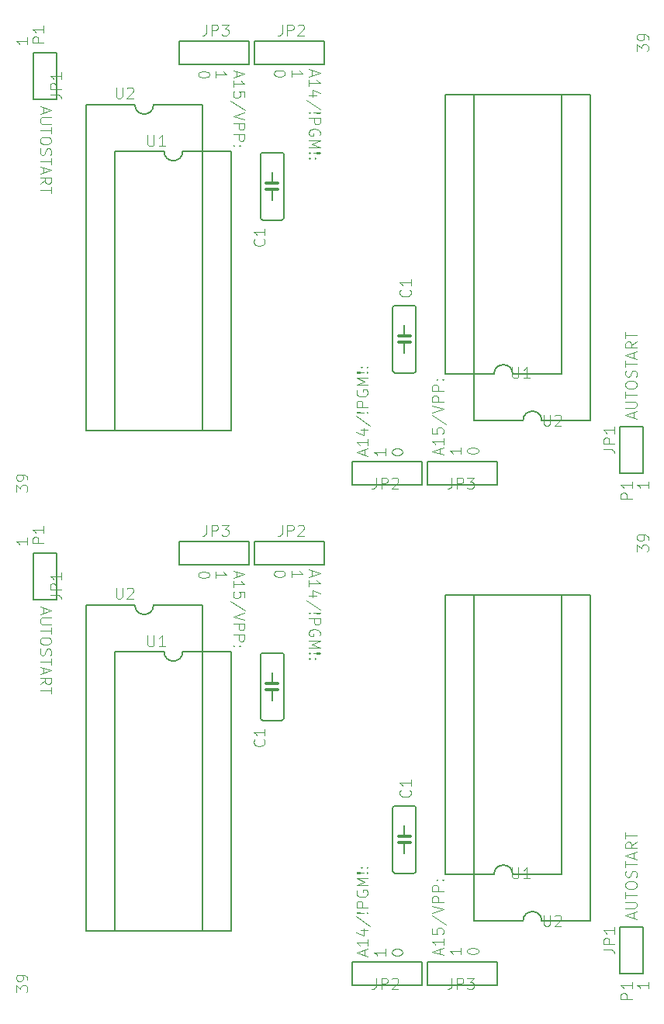
<source format=gbr>
%TF.GenerationSoftware,KiCad,Pcbnew,(5.1.10)-1*%
%TF.CreationDate,2022-10-07T13:26:38-03:00*%
%TF.ProjectId,CoCoEPROMpak,436f436f-4550-4524-9f4d-70616b2e6b69,rev?*%
%TF.SameCoordinates,Original*%
%TF.FileFunction,Legend,Top*%
%TF.FilePolarity,Positive*%
%FSLAX46Y46*%
G04 Gerber Fmt 4.6, Leading zero omitted, Abs format (unit mm)*
G04 Created by KiCad (PCBNEW (5.1.10)-1) date 2022-10-07 13:26:38*
%MOMM*%
%LPD*%
G01*
G04 APERTURE LIST*
%ADD10C,0.101600*%
%ADD11C,0.304800*%
%ADD12C,0.152400*%
%ADD13C,0.127000*%
%ADD14C,0.120650*%
%ADD15C,0.096520*%
G04 APERTURE END LIST*
D10*
X138116733Y-85645050D02*
X138116733Y-85070526D01*
X138461447Y-85759955D02*
X137254947Y-85357788D01*
X138461447Y-84955621D01*
X138461447Y-83921479D02*
X138461447Y-84610907D01*
X138461447Y-84266193D02*
X137254947Y-84266193D01*
X137427304Y-84381098D01*
X137542209Y-84496002D01*
X137599661Y-84610907D01*
X137254947Y-82829883D02*
X137254947Y-83404407D01*
X137829471Y-83461860D01*
X137772019Y-83404407D01*
X137714566Y-83289502D01*
X137714566Y-83002240D01*
X137772019Y-82887336D01*
X137829471Y-82829883D01*
X137944376Y-82772431D01*
X138231638Y-82772431D01*
X138346542Y-82829883D01*
X138403995Y-82887336D01*
X138461447Y-83002240D01*
X138461447Y-83289502D01*
X138403995Y-83404407D01*
X138346542Y-83461860D01*
X137197495Y-81393574D02*
X138748709Y-82427717D01*
X137254947Y-81163764D02*
X138461447Y-80761598D01*
X137254947Y-80359431D01*
X138461447Y-79957264D02*
X137254947Y-79957264D01*
X137254947Y-79497645D01*
X137312400Y-79382740D01*
X137369852Y-79325288D01*
X137484757Y-79267836D01*
X137657114Y-79267836D01*
X137772019Y-79325288D01*
X137829471Y-79382740D01*
X137886923Y-79497645D01*
X137886923Y-79957264D01*
X138461447Y-78750764D02*
X137254947Y-78750764D01*
X137254947Y-78291145D01*
X137312400Y-78176240D01*
X137369852Y-78118788D01*
X137484757Y-78061336D01*
X137657114Y-78061336D01*
X137772019Y-78118788D01*
X137829471Y-78176240D01*
X137886923Y-78291145D01*
X137886923Y-78750764D01*
X138346542Y-77544264D02*
X138403995Y-77486812D01*
X138461447Y-77544264D01*
X138403995Y-77601717D01*
X138346542Y-77544264D01*
X138461447Y-77544264D01*
X137714566Y-77544264D02*
X137772019Y-77486812D01*
X137829471Y-77544264D01*
X137772019Y-77601717D01*
X137714566Y-77544264D01*
X137829471Y-77544264D01*
X140372797Y-84955621D02*
X140372797Y-85645050D01*
X140372797Y-85300336D02*
X139166297Y-85300336D01*
X139338654Y-85415240D01*
X139453559Y-85530145D01*
X139511011Y-85645050D01*
X141077647Y-85357788D02*
X141077647Y-85242883D01*
X141135100Y-85127979D01*
X141192552Y-85070526D01*
X141307457Y-85013074D01*
X141537266Y-84955621D01*
X141824528Y-84955621D01*
X142054338Y-85013074D01*
X142169242Y-85070526D01*
X142226695Y-85127979D01*
X142284147Y-85242883D01*
X142284147Y-85357788D01*
X142226695Y-85472693D01*
X142169242Y-85530145D01*
X142054338Y-85587598D01*
X141824528Y-85645050D01*
X141537266Y-85645050D01*
X141307457Y-85587598D01*
X141192552Y-85530145D01*
X141135100Y-85472693D01*
X141077647Y-85357788D01*
X129861733Y-85772050D02*
X129861733Y-85197526D01*
X130206447Y-85886955D02*
X128999947Y-85484788D01*
X130206447Y-85082621D01*
X130206447Y-84048479D02*
X130206447Y-84737907D01*
X130206447Y-84393193D02*
X128999947Y-84393193D01*
X129172304Y-84508098D01*
X129287209Y-84623002D01*
X129344661Y-84737907D01*
X129402114Y-83014336D02*
X130206447Y-83014336D01*
X128942495Y-83301598D02*
X129804280Y-83588860D01*
X129804280Y-82841979D01*
X128942495Y-81520574D02*
X130493709Y-82554717D01*
X130091542Y-81118407D02*
X130148995Y-81060955D01*
X130206447Y-81118407D01*
X130148995Y-81175860D01*
X130091542Y-81118407D01*
X130206447Y-81118407D01*
X129746828Y-81118407D02*
X129057400Y-81175860D01*
X128999947Y-81118407D01*
X129057400Y-81060955D01*
X129746828Y-81118407D01*
X128999947Y-81118407D01*
X130206447Y-80543883D02*
X128999947Y-80543883D01*
X128999947Y-80084264D01*
X129057400Y-79969360D01*
X129114852Y-79911907D01*
X129229757Y-79854455D01*
X129402114Y-79854455D01*
X129517019Y-79911907D01*
X129574471Y-79969360D01*
X129631923Y-80084264D01*
X129631923Y-80543883D01*
X129057400Y-78705407D02*
X128999947Y-78820312D01*
X128999947Y-78992669D01*
X129057400Y-79165026D01*
X129172304Y-79279931D01*
X129287209Y-79337383D01*
X129517019Y-79394836D01*
X129689376Y-79394836D01*
X129919185Y-79337383D01*
X130034090Y-79279931D01*
X130148995Y-79165026D01*
X130206447Y-78992669D01*
X130206447Y-78877764D01*
X130148995Y-78705407D01*
X130091542Y-78647955D01*
X129689376Y-78647955D01*
X129689376Y-78877764D01*
X130206447Y-78130883D02*
X128999947Y-78130883D01*
X129861733Y-77728717D01*
X128999947Y-77326550D01*
X130206447Y-77326550D01*
X130091542Y-76752026D02*
X130148995Y-76694574D01*
X130206447Y-76752026D01*
X130148995Y-76809479D01*
X130091542Y-76752026D01*
X130206447Y-76752026D01*
X129746828Y-76752026D02*
X129057400Y-76809479D01*
X128999947Y-76752026D01*
X129057400Y-76694574D01*
X129746828Y-76752026D01*
X128999947Y-76752026D01*
X130091542Y-76177502D02*
X130148995Y-76120050D01*
X130206447Y-76177502D01*
X130148995Y-76234955D01*
X130091542Y-76177502D01*
X130206447Y-76177502D01*
X129459566Y-76177502D02*
X129517019Y-76120050D01*
X129574471Y-76177502D01*
X129517019Y-76234955D01*
X129459566Y-76177502D01*
X129574471Y-76177502D01*
X132117797Y-85082621D02*
X132117797Y-85772050D01*
X132117797Y-85427336D02*
X130911297Y-85427336D01*
X131083654Y-85542240D01*
X131198559Y-85657145D01*
X131256011Y-85772050D01*
X132822647Y-85484788D02*
X132822647Y-85369883D01*
X132880100Y-85254979D01*
X132937552Y-85197526D01*
X133052457Y-85140074D01*
X133282266Y-85082621D01*
X133569528Y-85082621D01*
X133799338Y-85140074D01*
X133914242Y-85197526D01*
X133971695Y-85254979D01*
X134029147Y-85369883D01*
X134029147Y-85484788D01*
X133971695Y-85599693D01*
X133914242Y-85657145D01*
X133799338Y-85714598D01*
X133569528Y-85772050D01*
X133282266Y-85772050D01*
X133052457Y-85714598D01*
X132937552Y-85657145D01*
X132880100Y-85599693D01*
X132822647Y-85484788D01*
X159211433Y-81708050D02*
X159211433Y-81133526D01*
X159556147Y-81822955D02*
X158349647Y-81420788D01*
X159556147Y-81018621D01*
X158349647Y-80616455D02*
X159326338Y-80616455D01*
X159441242Y-80559002D01*
X159498695Y-80501550D01*
X159556147Y-80386645D01*
X159556147Y-80156836D01*
X159498695Y-80041931D01*
X159441242Y-79984479D01*
X159326338Y-79927026D01*
X158349647Y-79927026D01*
X158349647Y-79524860D02*
X158349647Y-78835431D01*
X159556147Y-79180145D02*
X158349647Y-79180145D01*
X158349647Y-78203455D02*
X158349647Y-77973645D01*
X158407100Y-77858740D01*
X158522004Y-77743836D01*
X158751814Y-77686383D01*
X159153980Y-77686383D01*
X159383790Y-77743836D01*
X159498695Y-77858740D01*
X159556147Y-77973645D01*
X159556147Y-78203455D01*
X159498695Y-78318360D01*
X159383790Y-78433264D01*
X159153980Y-78490717D01*
X158751814Y-78490717D01*
X158522004Y-78433264D01*
X158407100Y-78318360D01*
X158349647Y-78203455D01*
X159498695Y-77226764D02*
X159556147Y-77054407D01*
X159556147Y-76767145D01*
X159498695Y-76652240D01*
X159441242Y-76594788D01*
X159326338Y-76537336D01*
X159211433Y-76537336D01*
X159096528Y-76594788D01*
X159039076Y-76652240D01*
X158981623Y-76767145D01*
X158924171Y-76996955D01*
X158866719Y-77111860D01*
X158809266Y-77169312D01*
X158694361Y-77226764D01*
X158579457Y-77226764D01*
X158464552Y-77169312D01*
X158407100Y-77111860D01*
X158349647Y-76996955D01*
X158349647Y-76709693D01*
X158407100Y-76537336D01*
X158349647Y-76192621D02*
X158349647Y-75503193D01*
X159556147Y-75847907D02*
X158349647Y-75847907D01*
X159211433Y-75158479D02*
X159211433Y-74583955D01*
X159556147Y-75273383D02*
X158349647Y-74871217D01*
X159556147Y-74469050D01*
X159556147Y-73377455D02*
X158981623Y-73779621D01*
X159556147Y-74066883D02*
X158349647Y-74066883D01*
X158349647Y-73607264D01*
X158407100Y-73492360D01*
X158464552Y-73434907D01*
X158579457Y-73377455D01*
X158751814Y-73377455D01*
X158866719Y-73434907D01*
X158924171Y-73492360D01*
X158981623Y-73607264D01*
X158981623Y-74066883D01*
X158349647Y-73032740D02*
X158349647Y-72343312D01*
X159556147Y-72688026D02*
X158349647Y-72688026D01*
X138116733Y-140255050D02*
X138116733Y-139680526D01*
X138461447Y-140369955D02*
X137254947Y-139967788D01*
X138461447Y-139565621D01*
X138461447Y-138531479D02*
X138461447Y-139220907D01*
X138461447Y-138876193D02*
X137254947Y-138876193D01*
X137427304Y-138991098D01*
X137542209Y-139106002D01*
X137599661Y-139220907D01*
X137254947Y-137439883D02*
X137254947Y-138014407D01*
X137829471Y-138071860D01*
X137772019Y-138014407D01*
X137714566Y-137899502D01*
X137714566Y-137612240D01*
X137772019Y-137497336D01*
X137829471Y-137439883D01*
X137944376Y-137382431D01*
X138231638Y-137382431D01*
X138346542Y-137439883D01*
X138403995Y-137497336D01*
X138461447Y-137612240D01*
X138461447Y-137899502D01*
X138403995Y-138014407D01*
X138346542Y-138071860D01*
X137197495Y-136003574D02*
X138748709Y-137037717D01*
X137254947Y-135773764D02*
X138461447Y-135371598D01*
X137254947Y-134969431D01*
X138461447Y-134567264D02*
X137254947Y-134567264D01*
X137254947Y-134107645D01*
X137312400Y-133992740D01*
X137369852Y-133935288D01*
X137484757Y-133877836D01*
X137657114Y-133877836D01*
X137772019Y-133935288D01*
X137829471Y-133992740D01*
X137886923Y-134107645D01*
X137886923Y-134567264D01*
X138461447Y-133360764D02*
X137254947Y-133360764D01*
X137254947Y-132901145D01*
X137312400Y-132786240D01*
X137369852Y-132728788D01*
X137484757Y-132671336D01*
X137657114Y-132671336D01*
X137772019Y-132728788D01*
X137829471Y-132786240D01*
X137886923Y-132901145D01*
X137886923Y-133360764D01*
X138346542Y-132154264D02*
X138403995Y-132096812D01*
X138461447Y-132154264D01*
X138403995Y-132211717D01*
X138346542Y-132154264D01*
X138461447Y-132154264D01*
X137714566Y-132154264D02*
X137772019Y-132096812D01*
X137829471Y-132154264D01*
X137772019Y-132211717D01*
X137714566Y-132154264D01*
X137829471Y-132154264D01*
X140372797Y-139565621D02*
X140372797Y-140255050D01*
X140372797Y-139910336D02*
X139166297Y-139910336D01*
X139338654Y-140025240D01*
X139453559Y-140140145D01*
X139511011Y-140255050D01*
X141077647Y-139967788D02*
X141077647Y-139852883D01*
X141135100Y-139737979D01*
X141192552Y-139680526D01*
X141307457Y-139623074D01*
X141537266Y-139565621D01*
X141824528Y-139565621D01*
X142054338Y-139623074D01*
X142169242Y-139680526D01*
X142226695Y-139737979D01*
X142284147Y-139852883D01*
X142284147Y-139967788D01*
X142226695Y-140082693D01*
X142169242Y-140140145D01*
X142054338Y-140197598D01*
X141824528Y-140255050D01*
X141537266Y-140255050D01*
X141307457Y-140197598D01*
X141192552Y-140140145D01*
X141135100Y-140082693D01*
X141077647Y-139967788D01*
X159211433Y-136318050D02*
X159211433Y-135743526D01*
X159556147Y-136432955D02*
X158349647Y-136030788D01*
X159556147Y-135628621D01*
X158349647Y-135226455D02*
X159326338Y-135226455D01*
X159441242Y-135169002D01*
X159498695Y-135111550D01*
X159556147Y-134996645D01*
X159556147Y-134766836D01*
X159498695Y-134651931D01*
X159441242Y-134594479D01*
X159326338Y-134537026D01*
X158349647Y-134537026D01*
X158349647Y-134134860D02*
X158349647Y-133445431D01*
X159556147Y-133790145D02*
X158349647Y-133790145D01*
X158349647Y-132813455D02*
X158349647Y-132583645D01*
X158407100Y-132468740D01*
X158522004Y-132353836D01*
X158751814Y-132296383D01*
X159153980Y-132296383D01*
X159383790Y-132353836D01*
X159498695Y-132468740D01*
X159556147Y-132583645D01*
X159556147Y-132813455D01*
X159498695Y-132928360D01*
X159383790Y-133043264D01*
X159153980Y-133100717D01*
X158751814Y-133100717D01*
X158522004Y-133043264D01*
X158407100Y-132928360D01*
X158349647Y-132813455D01*
X159498695Y-131836764D02*
X159556147Y-131664407D01*
X159556147Y-131377145D01*
X159498695Y-131262240D01*
X159441242Y-131204788D01*
X159326338Y-131147336D01*
X159211433Y-131147336D01*
X159096528Y-131204788D01*
X159039076Y-131262240D01*
X158981623Y-131377145D01*
X158924171Y-131606955D01*
X158866719Y-131721860D01*
X158809266Y-131779312D01*
X158694361Y-131836764D01*
X158579457Y-131836764D01*
X158464552Y-131779312D01*
X158407100Y-131721860D01*
X158349647Y-131606955D01*
X158349647Y-131319693D01*
X158407100Y-131147336D01*
X158349647Y-130802621D02*
X158349647Y-130113193D01*
X159556147Y-130457907D02*
X158349647Y-130457907D01*
X159211433Y-129768479D02*
X159211433Y-129193955D01*
X159556147Y-129883383D02*
X158349647Y-129481217D01*
X159556147Y-129079050D01*
X159556147Y-127987455D02*
X158981623Y-128389621D01*
X159556147Y-128676883D02*
X158349647Y-128676883D01*
X158349647Y-128217264D01*
X158407100Y-128102360D01*
X158464552Y-128044907D01*
X158579457Y-127987455D01*
X158751814Y-127987455D01*
X158866719Y-128044907D01*
X158924171Y-128102360D01*
X158981623Y-128217264D01*
X158981623Y-128676883D01*
X158349647Y-127642740D02*
X158349647Y-126953312D01*
X159556147Y-127298026D02*
X158349647Y-127298026D01*
X129861733Y-140382050D02*
X129861733Y-139807526D01*
X130206447Y-140496955D02*
X128999947Y-140094788D01*
X130206447Y-139692621D01*
X130206447Y-138658479D02*
X130206447Y-139347907D01*
X130206447Y-139003193D02*
X128999947Y-139003193D01*
X129172304Y-139118098D01*
X129287209Y-139233002D01*
X129344661Y-139347907D01*
X129402114Y-137624336D02*
X130206447Y-137624336D01*
X128942495Y-137911598D02*
X129804280Y-138198860D01*
X129804280Y-137451979D01*
X128942495Y-136130574D02*
X130493709Y-137164717D01*
X130091542Y-135728407D02*
X130148995Y-135670955D01*
X130206447Y-135728407D01*
X130148995Y-135785860D01*
X130091542Y-135728407D01*
X130206447Y-135728407D01*
X129746828Y-135728407D02*
X129057400Y-135785860D01*
X128999947Y-135728407D01*
X129057400Y-135670955D01*
X129746828Y-135728407D01*
X128999947Y-135728407D01*
X130206447Y-135153883D02*
X128999947Y-135153883D01*
X128999947Y-134694264D01*
X129057400Y-134579360D01*
X129114852Y-134521907D01*
X129229757Y-134464455D01*
X129402114Y-134464455D01*
X129517019Y-134521907D01*
X129574471Y-134579360D01*
X129631923Y-134694264D01*
X129631923Y-135153883D01*
X129057400Y-133315407D02*
X128999947Y-133430312D01*
X128999947Y-133602669D01*
X129057400Y-133775026D01*
X129172304Y-133889931D01*
X129287209Y-133947383D01*
X129517019Y-134004836D01*
X129689376Y-134004836D01*
X129919185Y-133947383D01*
X130034090Y-133889931D01*
X130148995Y-133775026D01*
X130206447Y-133602669D01*
X130206447Y-133487764D01*
X130148995Y-133315407D01*
X130091542Y-133257955D01*
X129689376Y-133257955D01*
X129689376Y-133487764D01*
X130206447Y-132740883D02*
X128999947Y-132740883D01*
X129861733Y-132338717D01*
X128999947Y-131936550D01*
X130206447Y-131936550D01*
X130091542Y-131362026D02*
X130148995Y-131304574D01*
X130206447Y-131362026D01*
X130148995Y-131419479D01*
X130091542Y-131362026D01*
X130206447Y-131362026D01*
X129746828Y-131362026D02*
X129057400Y-131419479D01*
X128999947Y-131362026D01*
X129057400Y-131304574D01*
X129746828Y-131362026D01*
X128999947Y-131362026D01*
X130091542Y-130787502D02*
X130148995Y-130730050D01*
X130206447Y-130787502D01*
X130148995Y-130844955D01*
X130091542Y-130787502D01*
X130206447Y-130787502D01*
X129459566Y-130787502D02*
X129517019Y-130730050D01*
X129574471Y-130787502D01*
X129517019Y-130844955D01*
X129459566Y-130787502D01*
X129574471Y-130787502D01*
X132117797Y-139692621D02*
X132117797Y-140382050D01*
X132117797Y-140037336D02*
X130911297Y-140037336D01*
X131083654Y-140152240D01*
X131198559Y-140267145D01*
X131256011Y-140382050D01*
X132822647Y-140094788D02*
X132822647Y-139979883D01*
X132880100Y-139864979D01*
X132937552Y-139807526D01*
X133052457Y-139750074D01*
X133282266Y-139692621D01*
X133569528Y-139692621D01*
X133799338Y-139750074D01*
X133914242Y-139807526D01*
X133971695Y-139864979D01*
X134029147Y-139979883D01*
X134029147Y-140094788D01*
X133971695Y-140209693D01*
X133914242Y-140267145D01*
X133799338Y-140324598D01*
X133569528Y-140382050D01*
X133282266Y-140382050D01*
X133052457Y-140324598D01*
X132937552Y-140267145D01*
X132880100Y-140209693D01*
X132822647Y-140094788D01*
X115883266Y-98504949D02*
X115883266Y-99079473D01*
X115538552Y-98390044D02*
X116745052Y-98792211D01*
X115538552Y-99194378D01*
X115538552Y-100228520D02*
X115538552Y-99539092D01*
X115538552Y-99883806D02*
X116745052Y-99883806D01*
X116572695Y-99768901D01*
X116457790Y-99653997D01*
X116400338Y-99539092D01*
X116745052Y-101320116D02*
X116745052Y-100745592D01*
X116170528Y-100688140D01*
X116227980Y-100745592D01*
X116285433Y-100860497D01*
X116285433Y-101147759D01*
X116227980Y-101262663D01*
X116170528Y-101320116D01*
X116055623Y-101377568D01*
X115768361Y-101377568D01*
X115653457Y-101320116D01*
X115596004Y-101262663D01*
X115538552Y-101147759D01*
X115538552Y-100860497D01*
X115596004Y-100745592D01*
X115653457Y-100688140D01*
X116802504Y-102756425D02*
X115251290Y-101722282D01*
X116745052Y-102986235D02*
X115538552Y-103388401D01*
X116745052Y-103790568D01*
X115538552Y-104192735D02*
X116745052Y-104192735D01*
X116745052Y-104652354D01*
X116687600Y-104767259D01*
X116630147Y-104824711D01*
X116515242Y-104882163D01*
X116342885Y-104882163D01*
X116227980Y-104824711D01*
X116170528Y-104767259D01*
X116113076Y-104652354D01*
X116113076Y-104192735D01*
X115538552Y-105399235D02*
X116745052Y-105399235D01*
X116745052Y-105858854D01*
X116687600Y-105973759D01*
X116630147Y-106031211D01*
X116515242Y-106088663D01*
X116342885Y-106088663D01*
X116227980Y-106031211D01*
X116170528Y-105973759D01*
X116113076Y-105858854D01*
X116113076Y-105399235D01*
X115653457Y-106605735D02*
X115596004Y-106663187D01*
X115538552Y-106605735D01*
X115596004Y-106548282D01*
X115653457Y-106605735D01*
X115538552Y-106605735D01*
X116285433Y-106605735D02*
X116227980Y-106663187D01*
X116170528Y-106605735D01*
X116227980Y-106548282D01*
X116285433Y-106605735D01*
X116170528Y-106605735D01*
X113627202Y-99194378D02*
X113627202Y-98504949D01*
X113627202Y-98849663D02*
X114833702Y-98849663D01*
X114661345Y-98734759D01*
X114546440Y-98619854D01*
X114488988Y-98504949D01*
X112922352Y-98792211D02*
X112922352Y-98907116D01*
X112864900Y-99022020D01*
X112807447Y-99079473D01*
X112692542Y-99136925D01*
X112462733Y-99194378D01*
X112175471Y-99194378D01*
X111945661Y-99136925D01*
X111830757Y-99079473D01*
X111773304Y-99022020D01*
X111715852Y-98907116D01*
X111715852Y-98792211D01*
X111773304Y-98677306D01*
X111830757Y-98619854D01*
X111945661Y-98562401D01*
X112175471Y-98504949D01*
X112462733Y-98504949D01*
X112692542Y-98562401D01*
X112807447Y-98619854D01*
X112864900Y-98677306D01*
X112922352Y-98792211D01*
X94788566Y-102441949D02*
X94788566Y-103016473D01*
X94443852Y-102327044D02*
X95650352Y-102729211D01*
X94443852Y-103131378D01*
X95650352Y-103533544D02*
X94673661Y-103533544D01*
X94558757Y-103590997D01*
X94501304Y-103648449D01*
X94443852Y-103763354D01*
X94443852Y-103993163D01*
X94501304Y-104108068D01*
X94558757Y-104165520D01*
X94673661Y-104222973D01*
X95650352Y-104222973D01*
X95650352Y-104625140D02*
X95650352Y-105314568D01*
X94443852Y-104969854D02*
X95650352Y-104969854D01*
X95650352Y-105946544D02*
X95650352Y-106176354D01*
X95592900Y-106291259D01*
X95477995Y-106406163D01*
X95248185Y-106463616D01*
X94846019Y-106463616D01*
X94616209Y-106406163D01*
X94501304Y-106291259D01*
X94443852Y-106176354D01*
X94443852Y-105946544D01*
X94501304Y-105831640D01*
X94616209Y-105716735D01*
X94846019Y-105659282D01*
X95248185Y-105659282D01*
X95477995Y-105716735D01*
X95592900Y-105831640D01*
X95650352Y-105946544D01*
X94501304Y-106923235D02*
X94443852Y-107095592D01*
X94443852Y-107382854D01*
X94501304Y-107497759D01*
X94558757Y-107555211D01*
X94673661Y-107612663D01*
X94788566Y-107612663D01*
X94903471Y-107555211D01*
X94960923Y-107497759D01*
X95018376Y-107382854D01*
X95075828Y-107153044D01*
X95133280Y-107038140D01*
X95190733Y-106980687D01*
X95305638Y-106923235D01*
X95420542Y-106923235D01*
X95535447Y-106980687D01*
X95592900Y-107038140D01*
X95650352Y-107153044D01*
X95650352Y-107440306D01*
X95592900Y-107612663D01*
X95650352Y-107957378D02*
X95650352Y-108646806D01*
X94443852Y-108302092D02*
X95650352Y-108302092D01*
X94788566Y-108991520D02*
X94788566Y-109566044D01*
X94443852Y-108876616D02*
X95650352Y-109278782D01*
X94443852Y-109680949D01*
X94443852Y-110772544D02*
X95018376Y-110370378D01*
X94443852Y-110083116D02*
X95650352Y-110083116D01*
X95650352Y-110542735D01*
X95592900Y-110657640D01*
X95535447Y-110715092D01*
X95420542Y-110772544D01*
X95248185Y-110772544D01*
X95133280Y-110715092D01*
X95075828Y-110657640D01*
X95018376Y-110542735D01*
X95018376Y-110083116D01*
X95650352Y-111117259D02*
X95650352Y-111806687D01*
X94443852Y-111461973D02*
X95650352Y-111461973D01*
X124138266Y-98377949D02*
X124138266Y-98952473D01*
X123793552Y-98263044D02*
X125000052Y-98665211D01*
X123793552Y-99067378D01*
X123793552Y-100101520D02*
X123793552Y-99412092D01*
X123793552Y-99756806D02*
X125000052Y-99756806D01*
X124827695Y-99641901D01*
X124712790Y-99526997D01*
X124655338Y-99412092D01*
X124597885Y-101135663D02*
X123793552Y-101135663D01*
X125057504Y-100848401D02*
X124195719Y-100561140D01*
X124195719Y-101308020D01*
X125057504Y-102629425D02*
X123506290Y-101595282D01*
X123908457Y-103031592D02*
X123851004Y-103089044D01*
X123793552Y-103031592D01*
X123851004Y-102974140D01*
X123908457Y-103031592D01*
X123793552Y-103031592D01*
X124253171Y-103031592D02*
X124942600Y-102974140D01*
X125000052Y-103031592D01*
X124942600Y-103089044D01*
X124253171Y-103031592D01*
X125000052Y-103031592D01*
X123793552Y-103606116D02*
X125000052Y-103606116D01*
X125000052Y-104065735D01*
X124942600Y-104180640D01*
X124885147Y-104238092D01*
X124770242Y-104295544D01*
X124597885Y-104295544D01*
X124482980Y-104238092D01*
X124425528Y-104180640D01*
X124368076Y-104065735D01*
X124368076Y-103606116D01*
X124942600Y-105444592D02*
X125000052Y-105329687D01*
X125000052Y-105157330D01*
X124942600Y-104984973D01*
X124827695Y-104870068D01*
X124712790Y-104812616D01*
X124482980Y-104755163D01*
X124310623Y-104755163D01*
X124080814Y-104812616D01*
X123965909Y-104870068D01*
X123851004Y-104984973D01*
X123793552Y-105157330D01*
X123793552Y-105272235D01*
X123851004Y-105444592D01*
X123908457Y-105502044D01*
X124310623Y-105502044D01*
X124310623Y-105272235D01*
X123793552Y-106019116D02*
X125000052Y-106019116D01*
X124138266Y-106421282D01*
X125000052Y-106823449D01*
X123793552Y-106823449D01*
X123908457Y-107397973D02*
X123851004Y-107455425D01*
X123793552Y-107397973D01*
X123851004Y-107340520D01*
X123908457Y-107397973D01*
X123793552Y-107397973D01*
X124253171Y-107397973D02*
X124942600Y-107340520D01*
X125000052Y-107397973D01*
X124942600Y-107455425D01*
X124253171Y-107397973D01*
X125000052Y-107397973D01*
X123908457Y-107972497D02*
X123851004Y-108029949D01*
X123793552Y-107972497D01*
X123851004Y-107915044D01*
X123908457Y-107972497D01*
X123793552Y-107972497D01*
X124540433Y-107972497D02*
X124482980Y-108029949D01*
X124425528Y-107972497D01*
X124482980Y-107915044D01*
X124540433Y-107972497D01*
X124425528Y-107972497D01*
X121882202Y-99067378D02*
X121882202Y-98377949D01*
X121882202Y-98722663D02*
X123088702Y-98722663D01*
X122916345Y-98607759D01*
X122801440Y-98492854D01*
X122743988Y-98377949D01*
X121177352Y-98665211D02*
X121177352Y-98780116D01*
X121119900Y-98895020D01*
X121062447Y-98952473D01*
X120947542Y-99009925D01*
X120717733Y-99067378D01*
X120430471Y-99067378D01*
X120200661Y-99009925D01*
X120085757Y-98952473D01*
X120028304Y-98895020D01*
X119970852Y-98780116D01*
X119970852Y-98665211D01*
X120028304Y-98550306D01*
X120085757Y-98492854D01*
X120200661Y-98435401D01*
X120430471Y-98377949D01*
X120717733Y-98377949D01*
X120947542Y-98435401D01*
X121062447Y-98492854D01*
X121119900Y-98550306D01*
X121177352Y-98665211D01*
X115883266Y-43894949D02*
X115883266Y-44469473D01*
X115538552Y-43780044D02*
X116745052Y-44182211D01*
X115538552Y-44584378D01*
X115538552Y-45618520D02*
X115538552Y-44929092D01*
X115538552Y-45273806D02*
X116745052Y-45273806D01*
X116572695Y-45158901D01*
X116457790Y-45043997D01*
X116400338Y-44929092D01*
X116745052Y-46710116D02*
X116745052Y-46135592D01*
X116170528Y-46078140D01*
X116227980Y-46135592D01*
X116285433Y-46250497D01*
X116285433Y-46537759D01*
X116227980Y-46652663D01*
X116170528Y-46710116D01*
X116055623Y-46767568D01*
X115768361Y-46767568D01*
X115653457Y-46710116D01*
X115596004Y-46652663D01*
X115538552Y-46537759D01*
X115538552Y-46250497D01*
X115596004Y-46135592D01*
X115653457Y-46078140D01*
X116802504Y-48146425D02*
X115251290Y-47112282D01*
X116745052Y-48376235D02*
X115538552Y-48778401D01*
X116745052Y-49180568D01*
X115538552Y-49582735D02*
X116745052Y-49582735D01*
X116745052Y-50042354D01*
X116687600Y-50157259D01*
X116630147Y-50214711D01*
X116515242Y-50272163D01*
X116342885Y-50272163D01*
X116227980Y-50214711D01*
X116170528Y-50157259D01*
X116113076Y-50042354D01*
X116113076Y-49582735D01*
X115538552Y-50789235D02*
X116745052Y-50789235D01*
X116745052Y-51248854D01*
X116687600Y-51363759D01*
X116630147Y-51421211D01*
X116515242Y-51478663D01*
X116342885Y-51478663D01*
X116227980Y-51421211D01*
X116170528Y-51363759D01*
X116113076Y-51248854D01*
X116113076Y-50789235D01*
X115653457Y-51995735D02*
X115596004Y-52053187D01*
X115538552Y-51995735D01*
X115596004Y-51938282D01*
X115653457Y-51995735D01*
X115538552Y-51995735D01*
X116285433Y-51995735D02*
X116227980Y-52053187D01*
X116170528Y-51995735D01*
X116227980Y-51938282D01*
X116285433Y-51995735D01*
X116170528Y-51995735D01*
X113627202Y-44584378D02*
X113627202Y-43894949D01*
X113627202Y-44239663D02*
X114833702Y-44239663D01*
X114661345Y-44124759D01*
X114546440Y-44009854D01*
X114488988Y-43894949D01*
X112922352Y-44182211D02*
X112922352Y-44297116D01*
X112864900Y-44412020D01*
X112807447Y-44469473D01*
X112692542Y-44526925D01*
X112462733Y-44584378D01*
X112175471Y-44584378D01*
X111945661Y-44526925D01*
X111830757Y-44469473D01*
X111773304Y-44412020D01*
X111715852Y-44297116D01*
X111715852Y-44182211D01*
X111773304Y-44067306D01*
X111830757Y-44009854D01*
X111945661Y-43952401D01*
X112175471Y-43894949D01*
X112462733Y-43894949D01*
X112692542Y-43952401D01*
X112807447Y-44009854D01*
X112864900Y-44067306D01*
X112922352Y-44182211D01*
X124138266Y-43767949D02*
X124138266Y-44342473D01*
X123793552Y-43653044D02*
X125000052Y-44055211D01*
X123793552Y-44457378D01*
X123793552Y-45491520D02*
X123793552Y-44802092D01*
X123793552Y-45146806D02*
X125000052Y-45146806D01*
X124827695Y-45031901D01*
X124712790Y-44916997D01*
X124655338Y-44802092D01*
X124597885Y-46525663D02*
X123793552Y-46525663D01*
X125057504Y-46238401D02*
X124195719Y-45951140D01*
X124195719Y-46698020D01*
X125057504Y-48019425D02*
X123506290Y-46985282D01*
X123908457Y-48421592D02*
X123851004Y-48479044D01*
X123793552Y-48421592D01*
X123851004Y-48364140D01*
X123908457Y-48421592D01*
X123793552Y-48421592D01*
X124253171Y-48421592D02*
X124942600Y-48364140D01*
X125000052Y-48421592D01*
X124942600Y-48479044D01*
X124253171Y-48421592D01*
X125000052Y-48421592D01*
X123793552Y-48996116D02*
X125000052Y-48996116D01*
X125000052Y-49455735D01*
X124942600Y-49570640D01*
X124885147Y-49628092D01*
X124770242Y-49685544D01*
X124597885Y-49685544D01*
X124482980Y-49628092D01*
X124425528Y-49570640D01*
X124368076Y-49455735D01*
X124368076Y-48996116D01*
X124942600Y-50834592D02*
X125000052Y-50719687D01*
X125000052Y-50547330D01*
X124942600Y-50374973D01*
X124827695Y-50260068D01*
X124712790Y-50202616D01*
X124482980Y-50145163D01*
X124310623Y-50145163D01*
X124080814Y-50202616D01*
X123965909Y-50260068D01*
X123851004Y-50374973D01*
X123793552Y-50547330D01*
X123793552Y-50662235D01*
X123851004Y-50834592D01*
X123908457Y-50892044D01*
X124310623Y-50892044D01*
X124310623Y-50662235D01*
X123793552Y-51409116D02*
X125000052Y-51409116D01*
X124138266Y-51811282D01*
X125000052Y-52213449D01*
X123793552Y-52213449D01*
X123908457Y-52787973D02*
X123851004Y-52845425D01*
X123793552Y-52787973D01*
X123851004Y-52730520D01*
X123908457Y-52787973D01*
X123793552Y-52787973D01*
X124253171Y-52787973D02*
X124942600Y-52730520D01*
X125000052Y-52787973D01*
X124942600Y-52845425D01*
X124253171Y-52787973D01*
X125000052Y-52787973D01*
X123908457Y-53362497D02*
X123851004Y-53419949D01*
X123793552Y-53362497D01*
X123851004Y-53305044D01*
X123908457Y-53362497D01*
X123793552Y-53362497D01*
X124540433Y-53362497D02*
X124482980Y-53419949D01*
X124425528Y-53362497D01*
X124482980Y-53305044D01*
X124540433Y-53362497D01*
X124425528Y-53362497D01*
X121882202Y-44457378D02*
X121882202Y-43767949D01*
X121882202Y-44112663D02*
X123088702Y-44112663D01*
X122916345Y-43997759D01*
X122801440Y-43882854D01*
X122743988Y-43767949D01*
X121177352Y-44055211D02*
X121177352Y-44170116D01*
X121119900Y-44285020D01*
X121062447Y-44342473D01*
X120947542Y-44399925D01*
X120717733Y-44457378D01*
X120430471Y-44457378D01*
X120200661Y-44399925D01*
X120085757Y-44342473D01*
X120028304Y-44285020D01*
X119970852Y-44170116D01*
X119970852Y-44055211D01*
X120028304Y-43940306D01*
X120085757Y-43882854D01*
X120200661Y-43825401D01*
X120430471Y-43767949D01*
X120717733Y-43767949D01*
X120947542Y-43825401D01*
X121062447Y-43882854D01*
X121119900Y-43940306D01*
X121177352Y-44055211D01*
X94788566Y-47831949D02*
X94788566Y-48406473D01*
X94443852Y-47717044D02*
X95650352Y-48119211D01*
X94443852Y-48521378D01*
X95650352Y-48923544D02*
X94673661Y-48923544D01*
X94558757Y-48980997D01*
X94501304Y-49038449D01*
X94443852Y-49153354D01*
X94443852Y-49383163D01*
X94501304Y-49498068D01*
X94558757Y-49555520D01*
X94673661Y-49612973D01*
X95650352Y-49612973D01*
X95650352Y-50015140D02*
X95650352Y-50704568D01*
X94443852Y-50359854D02*
X95650352Y-50359854D01*
X95650352Y-51336544D02*
X95650352Y-51566354D01*
X95592900Y-51681259D01*
X95477995Y-51796163D01*
X95248185Y-51853616D01*
X94846019Y-51853616D01*
X94616209Y-51796163D01*
X94501304Y-51681259D01*
X94443852Y-51566354D01*
X94443852Y-51336544D01*
X94501304Y-51221640D01*
X94616209Y-51106735D01*
X94846019Y-51049282D01*
X95248185Y-51049282D01*
X95477995Y-51106735D01*
X95592900Y-51221640D01*
X95650352Y-51336544D01*
X94501304Y-52313235D02*
X94443852Y-52485592D01*
X94443852Y-52772854D01*
X94501304Y-52887759D01*
X94558757Y-52945211D01*
X94673661Y-53002663D01*
X94788566Y-53002663D01*
X94903471Y-52945211D01*
X94960923Y-52887759D01*
X95018376Y-52772854D01*
X95075828Y-52543044D01*
X95133280Y-52428140D01*
X95190733Y-52370687D01*
X95305638Y-52313235D01*
X95420542Y-52313235D01*
X95535447Y-52370687D01*
X95592900Y-52428140D01*
X95650352Y-52543044D01*
X95650352Y-52830306D01*
X95592900Y-53002663D01*
X95650352Y-53347378D02*
X95650352Y-54036806D01*
X94443852Y-53692092D02*
X95650352Y-53692092D01*
X94788566Y-54381520D02*
X94788566Y-54956044D01*
X94443852Y-54266616D02*
X95650352Y-54668782D01*
X94443852Y-55070949D01*
X94443852Y-56162544D02*
X95018376Y-55760378D01*
X94443852Y-55473116D02*
X95650352Y-55473116D01*
X95650352Y-55932735D01*
X95592900Y-56047640D01*
X95535447Y-56105092D01*
X95420542Y-56162544D01*
X95248185Y-56162544D01*
X95133280Y-56105092D01*
X95075828Y-56047640D01*
X95018376Y-55932735D01*
X95018376Y-55473116D01*
X95650352Y-56507259D02*
X95650352Y-57196687D01*
X94443852Y-56851973D02*
X95650352Y-56851973D01*
D11*
%TO.C,C1*%
X133578600Y-128028700D02*
X134213600Y-128028700D01*
X134213600Y-128028700D02*
X134848600Y-128028700D01*
D12*
X134213600Y-128028700D02*
X134213600Y-129247900D01*
D11*
X133578600Y-127393700D02*
X134213600Y-127393700D01*
X134213600Y-127393700D02*
X134848600Y-127393700D01*
D12*
X134213600Y-127393700D02*
X134213600Y-126199900D01*
X133197600Y-131406900D02*
X135229600Y-131406900D01*
X135483600Y-131152900D02*
X135483600Y-124294900D01*
X135229600Y-124040900D02*
X133197600Y-124040900D01*
X132943600Y-124294900D02*
X132943600Y-131152900D01*
X133197600Y-124040900D02*
G75*
G03*
X132943600Y-124294900I0J-254000D01*
G01*
X135229600Y-124040900D02*
G75*
G02*
X135483600Y-124294900I0J-254000D01*
G01*
X135483600Y-131152900D02*
G75*
G02*
X135229600Y-131406900I-254000J0D01*
G01*
X132943600Y-131152900D02*
G75*
G03*
X133197600Y-131406900I254000J0D01*
G01*
%TO.C,U2*%
X141833600Y-101053900D02*
X141833600Y-136613900D01*
X154533600Y-136613900D02*
X154533600Y-101053900D01*
X141833600Y-101053900D02*
X154533600Y-101053900D01*
X141833600Y-136613900D02*
X147167600Y-136613900D01*
X154533600Y-136613900D02*
X149199600Y-136613900D01*
X149199600Y-136613900D02*
G75*
G03*
X147167600Y-136613900I-1016000J0D01*
G01*
D13*
%TO.C,JP1*%
X160248600Y-142328900D02*
X157708600Y-142328900D01*
X157708600Y-142328900D02*
X157708600Y-137248900D01*
X157708600Y-137248900D02*
X160248600Y-137248900D01*
X160248600Y-137248900D02*
X160248600Y-142328900D01*
%TO.C,JP3*%
X136753600Y-143598900D02*
X136753600Y-141058900D01*
X136753600Y-141058900D02*
X144373600Y-141058900D01*
X144373600Y-141058900D02*
X144373600Y-143598900D01*
X144373600Y-143598900D02*
X136753600Y-143598900D01*
%TO.C,JP2*%
X128498600Y-143598900D02*
X128498600Y-141058900D01*
X128498600Y-141058900D02*
X136118600Y-141058900D01*
X136118600Y-141058900D02*
X136118600Y-143598900D01*
X136118600Y-143598900D02*
X128498600Y-143598900D01*
D12*
%TO.C,U1*%
X138658600Y-131533900D02*
X143992600Y-131533900D01*
X151358600Y-131533900D02*
X146024600Y-131533900D01*
X146024600Y-131533900D02*
G75*
G03*
X143992600Y-131533900I-1016000J0D01*
G01*
X151358600Y-131533900D02*
X151358600Y-101053900D01*
X138658600Y-101053900D02*
X151358600Y-101053900D01*
X138658600Y-101053900D02*
X138658600Y-131533900D01*
X138658600Y-46443900D02*
X138658600Y-76923900D01*
X138658600Y-46443900D02*
X151358600Y-46443900D01*
X151358600Y-76923900D02*
X151358600Y-46443900D01*
X146024600Y-76923900D02*
G75*
G03*
X143992600Y-76923900I-1016000J0D01*
G01*
X151358600Y-76923900D02*
X146024600Y-76923900D01*
X138658600Y-76923900D02*
X143992600Y-76923900D01*
D13*
%TO.C,JP1*%
X160248600Y-82638900D02*
X160248600Y-87718900D01*
X157708600Y-82638900D02*
X160248600Y-82638900D01*
X157708600Y-87718900D02*
X157708600Y-82638900D01*
X160248600Y-87718900D02*
X157708600Y-87718900D01*
D12*
%TO.C,C1*%
X132943600Y-76542900D02*
G75*
G03*
X133197600Y-76796900I254000J0D01*
G01*
X135483600Y-76542900D02*
G75*
G02*
X135229600Y-76796900I-254000J0D01*
G01*
X135229600Y-69430900D02*
G75*
G02*
X135483600Y-69684900I0J-254000D01*
G01*
X133197600Y-69430900D02*
G75*
G03*
X132943600Y-69684900I0J-254000D01*
G01*
X132943600Y-69684900D02*
X132943600Y-76542900D01*
X135229600Y-69430900D02*
X133197600Y-69430900D01*
X135483600Y-76542900D02*
X135483600Y-69684900D01*
X133197600Y-76796900D02*
X135229600Y-76796900D01*
X134213600Y-72783700D02*
X134213600Y-71589900D01*
D11*
X134213600Y-72783700D02*
X134848600Y-72783700D01*
X133578600Y-72783700D02*
X134213600Y-72783700D01*
D12*
X134213600Y-73418700D02*
X134213600Y-74637900D01*
D11*
X134213600Y-73418700D02*
X134848600Y-73418700D01*
X133578600Y-73418700D02*
X134213600Y-73418700D01*
D12*
%TO.C,U2*%
X149199600Y-82003900D02*
G75*
G03*
X147167600Y-82003900I-1016000J0D01*
G01*
X154533600Y-82003900D02*
X149199600Y-82003900D01*
X141833600Y-82003900D02*
X147167600Y-82003900D01*
X141833600Y-46443900D02*
X154533600Y-46443900D01*
X154533600Y-82003900D02*
X154533600Y-46443900D01*
X141833600Y-46443900D02*
X141833600Y-82003900D01*
D13*
%TO.C,JP3*%
X144373600Y-88988900D02*
X136753600Y-88988900D01*
X144373600Y-86448900D02*
X144373600Y-88988900D01*
X136753600Y-86448900D02*
X144373600Y-86448900D01*
X136753600Y-88988900D02*
X136753600Y-86448900D01*
%TO.C,JP2*%
X136118600Y-88988900D02*
X128498600Y-88988900D01*
X136118600Y-86448900D02*
X136118600Y-88988900D01*
X128498600Y-86448900D02*
X136118600Y-86448900D01*
X128498600Y-88988900D02*
X128498600Y-86448900D01*
D11*
%TO.C,C1*%
X120421400Y-110731300D02*
X119786400Y-110731300D01*
X119786400Y-110731300D02*
X119151400Y-110731300D01*
D12*
X119786400Y-110731300D02*
X119786400Y-109512100D01*
D11*
X120421400Y-111366300D02*
X119786400Y-111366300D01*
X119786400Y-111366300D02*
X119151400Y-111366300D01*
D12*
X119786400Y-111366300D02*
X119786400Y-112560100D01*
X120802400Y-107353100D02*
X118770400Y-107353100D01*
X118516400Y-107607100D02*
X118516400Y-114465100D01*
X118770400Y-114719100D02*
X120802400Y-114719100D01*
X121056400Y-114465100D02*
X121056400Y-107607100D01*
X120802400Y-114719100D02*
G75*
G03*
X121056400Y-114465100I0J254000D01*
G01*
X118770400Y-114719100D02*
G75*
G02*
X118516400Y-114465100I0J254000D01*
G01*
X118516400Y-107607100D02*
G75*
G02*
X118770400Y-107353100I254000J0D01*
G01*
X121056400Y-107607100D02*
G75*
G03*
X120802400Y-107353100I-254000J0D01*
G01*
%TO.C,U2*%
X112166400Y-137706100D02*
X112166400Y-102146100D01*
X99466400Y-102146100D02*
X99466400Y-137706100D01*
X112166400Y-137706100D02*
X99466400Y-137706100D01*
X112166400Y-102146100D02*
X106832400Y-102146100D01*
X99466400Y-102146100D02*
X104800400Y-102146100D01*
X104800400Y-102146100D02*
G75*
G03*
X106832400Y-102146100I1016000J0D01*
G01*
D13*
%TO.C,JP1*%
X93751400Y-96431100D02*
X96291400Y-96431100D01*
X96291400Y-96431100D02*
X96291400Y-101511100D01*
X96291400Y-101511100D02*
X93751400Y-101511100D01*
X93751400Y-101511100D02*
X93751400Y-96431100D01*
%TO.C,JP3*%
X117246400Y-95161100D02*
X117246400Y-97701100D01*
X117246400Y-97701100D02*
X109626400Y-97701100D01*
X109626400Y-97701100D02*
X109626400Y-95161100D01*
X109626400Y-95161100D02*
X117246400Y-95161100D01*
%TO.C,JP2*%
X125501400Y-95161100D02*
X125501400Y-97701100D01*
X125501400Y-97701100D02*
X117881400Y-97701100D01*
X117881400Y-97701100D02*
X117881400Y-95161100D01*
X117881400Y-95161100D02*
X125501400Y-95161100D01*
D12*
%TO.C,U1*%
X115341400Y-107226100D02*
X110007400Y-107226100D01*
X102641400Y-107226100D02*
X107975400Y-107226100D01*
X107975400Y-107226100D02*
G75*
G03*
X110007400Y-107226100I1016000J0D01*
G01*
X102641400Y-107226100D02*
X102641400Y-137706100D01*
X115341400Y-137706100D02*
X102641400Y-137706100D01*
X115341400Y-137706100D02*
X115341400Y-107226100D01*
X115341400Y-83096100D02*
X115341400Y-52616100D01*
X115341400Y-83096100D02*
X102641400Y-83096100D01*
X102641400Y-52616100D02*
X102641400Y-83096100D01*
X107975400Y-52616100D02*
G75*
G03*
X110007400Y-52616100I1016000J0D01*
G01*
X102641400Y-52616100D02*
X107975400Y-52616100D01*
X115341400Y-52616100D02*
X110007400Y-52616100D01*
%TO.C,C1*%
X121056400Y-52997100D02*
G75*
G03*
X120802400Y-52743100I-254000J0D01*
G01*
X118516400Y-52997100D02*
G75*
G02*
X118770400Y-52743100I254000J0D01*
G01*
X118770400Y-60109100D02*
G75*
G02*
X118516400Y-59855100I0J254000D01*
G01*
X120802400Y-60109100D02*
G75*
G03*
X121056400Y-59855100I0J254000D01*
G01*
X121056400Y-59855100D02*
X121056400Y-52997100D01*
X118770400Y-60109100D02*
X120802400Y-60109100D01*
X118516400Y-52997100D02*
X118516400Y-59855100D01*
X120802400Y-52743100D02*
X118770400Y-52743100D01*
X119786400Y-56756300D02*
X119786400Y-57950100D01*
D11*
X119786400Y-56756300D02*
X119151400Y-56756300D01*
X120421400Y-56756300D02*
X119786400Y-56756300D01*
D12*
X119786400Y-56121300D02*
X119786400Y-54902100D01*
D11*
X119786400Y-56121300D02*
X119151400Y-56121300D01*
X120421400Y-56121300D02*
X119786400Y-56121300D01*
D13*
%TO.C,JP1*%
X93751400Y-46901100D02*
X93751400Y-41821100D01*
X96291400Y-46901100D02*
X93751400Y-46901100D01*
X96291400Y-41821100D02*
X96291400Y-46901100D01*
X93751400Y-41821100D02*
X96291400Y-41821100D01*
D12*
%TO.C,U2*%
X104800400Y-47536100D02*
G75*
G03*
X106832400Y-47536100I1016000J0D01*
G01*
X99466400Y-47536100D02*
X104800400Y-47536100D01*
X112166400Y-47536100D02*
X106832400Y-47536100D01*
X112166400Y-83096100D02*
X99466400Y-83096100D01*
X99466400Y-47536100D02*
X99466400Y-83096100D01*
X112166400Y-83096100D02*
X112166400Y-47536100D01*
D13*
%TO.C,JP2*%
X117881400Y-40551100D02*
X125501400Y-40551100D01*
X117881400Y-43091100D02*
X117881400Y-40551100D01*
X125501400Y-43091100D02*
X117881400Y-43091100D01*
X125501400Y-40551100D02*
X125501400Y-43091100D01*
%TO.C,JP3*%
X109626400Y-40551100D02*
X117246400Y-40551100D01*
X109626400Y-43091100D02*
X109626400Y-40551100D01*
X117246400Y-43091100D02*
X109626400Y-43091100D01*
X117246400Y-40551100D02*
X117246400Y-43091100D01*
%TO.C,C1*%
D14*
X134803242Y-122350787D02*
X134860695Y-122408239D01*
X134918147Y-122580596D01*
X134918147Y-122695501D01*
X134860695Y-122867858D01*
X134745790Y-122982763D01*
X134630885Y-123040215D01*
X134401076Y-123097667D01*
X134228719Y-123097667D01*
X133998909Y-123040215D01*
X133884004Y-122982763D01*
X133769100Y-122867858D01*
X133711647Y-122695501D01*
X133711647Y-122580596D01*
X133769100Y-122408239D01*
X133826552Y-122350787D01*
X134918147Y-121201739D02*
X134918147Y-121891167D01*
X134918147Y-121546453D02*
X133711647Y-121546453D01*
X133884004Y-121661358D01*
X133998909Y-121776263D01*
X134056361Y-121891167D01*
%TO.C,U2*%
D15*
X149424123Y-135984947D02*
X149424123Y-136961638D01*
X149481576Y-137076542D01*
X149539028Y-137133995D01*
X149653933Y-137191447D01*
X149883742Y-137191447D01*
X149998647Y-137133995D01*
X150056100Y-137076542D01*
X150113552Y-136961638D01*
X150113552Y-135984947D01*
X150630623Y-136099852D02*
X150688076Y-136042400D01*
X150802981Y-135984947D01*
X151090242Y-135984947D01*
X151205147Y-136042400D01*
X151262600Y-136099852D01*
X151320052Y-136214757D01*
X151320052Y-136329661D01*
X151262600Y-136502019D01*
X150573171Y-137191447D01*
X151320052Y-137191447D01*
%TO.C,JP1*%
X155936647Y-139729185D02*
X156798433Y-139729185D01*
X156970790Y-139786638D01*
X157085695Y-139901542D01*
X157143147Y-140073900D01*
X157143147Y-140188804D01*
X157143147Y-139154662D02*
X155936647Y-139154662D01*
X155936647Y-138695042D01*
X155994100Y-138580138D01*
X156051552Y-138522685D01*
X156166457Y-138465233D01*
X156338814Y-138465233D01*
X156453719Y-138522685D01*
X156511171Y-138580138D01*
X156568623Y-138695042D01*
X156568623Y-139154662D01*
X157143147Y-137316185D02*
X157143147Y-138005614D01*
X157143147Y-137660900D02*
X155936647Y-137660900D01*
X156109004Y-137775804D01*
X156223909Y-137890709D01*
X156281361Y-138005614D01*
%TO.C,P1*%
X159048147Y-145153900D02*
X157841647Y-145153900D01*
X157841647Y-144694281D01*
X157899100Y-144579376D01*
X157956552Y-144521923D01*
X158071457Y-144464471D01*
X158243814Y-144464471D01*
X158358719Y-144521923D01*
X158416171Y-144579376D01*
X158473623Y-144694281D01*
X158473623Y-145153900D01*
X159048147Y-143315423D02*
X159048147Y-144004852D01*
X159048147Y-143660138D02*
X157841647Y-143660138D01*
X158014004Y-143775042D01*
X158128909Y-143889947D01*
X158186361Y-144004852D01*
D10*
X160826147Y-143254185D02*
X160826147Y-143943614D01*
X160826147Y-143598900D02*
X159619647Y-143598900D01*
X159792004Y-143713804D01*
X159906909Y-143828709D01*
X159964361Y-143943614D01*
X159619647Y-96315590D02*
X159619647Y-95568709D01*
X160079266Y-95970876D01*
X160079266Y-95798519D01*
X160136719Y-95683614D01*
X160194171Y-95626161D01*
X160309076Y-95568709D01*
X160596338Y-95568709D01*
X160711242Y-95626161D01*
X160768695Y-95683614D01*
X160826147Y-95798519D01*
X160826147Y-96143233D01*
X160768695Y-96258138D01*
X160711242Y-96315590D01*
X160826147Y-94994185D02*
X160826147Y-94764376D01*
X160768695Y-94649471D01*
X160711242Y-94592019D01*
X160538885Y-94477114D01*
X160309076Y-94419661D01*
X159849457Y-94419661D01*
X159734552Y-94477114D01*
X159677100Y-94534566D01*
X159619647Y-94649471D01*
X159619647Y-94879280D01*
X159677100Y-94994185D01*
X159734552Y-95051638D01*
X159849457Y-95109090D01*
X160136719Y-95109090D01*
X160251623Y-95051638D01*
X160309076Y-94994185D01*
X160366528Y-94879280D01*
X160366528Y-94649471D01*
X160309076Y-94534566D01*
X160251623Y-94477114D01*
X160136719Y-94419661D01*
%TO.C,JP3*%
D15*
X139382052Y-142842947D02*
X139382052Y-143704733D01*
X139324600Y-143877090D01*
X139209695Y-143991995D01*
X139037338Y-144049447D01*
X138922433Y-144049447D01*
X139956576Y-144049447D02*
X139956576Y-142842947D01*
X140416195Y-142842947D01*
X140531100Y-142900400D01*
X140588552Y-142957852D01*
X140646004Y-143072757D01*
X140646004Y-143245114D01*
X140588552Y-143360019D01*
X140531100Y-143417471D01*
X140416195Y-143474923D01*
X139956576Y-143474923D01*
X141048171Y-142842947D02*
X141795052Y-142842947D01*
X141392885Y-143302566D01*
X141565242Y-143302566D01*
X141680147Y-143360019D01*
X141737600Y-143417471D01*
X141795052Y-143532376D01*
X141795052Y-143819638D01*
X141737600Y-143934542D01*
X141680147Y-143991995D01*
X141565242Y-144049447D01*
X141220528Y-144049447D01*
X141105623Y-143991995D01*
X141048171Y-143934542D01*
%TO.C,JP2*%
X131127052Y-142842947D02*
X131127052Y-143704733D01*
X131069600Y-143877090D01*
X130954695Y-143991995D01*
X130782338Y-144049447D01*
X130667433Y-144049447D01*
X131701576Y-144049447D02*
X131701576Y-142842947D01*
X132161195Y-142842947D01*
X132276100Y-142900400D01*
X132333552Y-142957852D01*
X132391004Y-143072757D01*
X132391004Y-143245114D01*
X132333552Y-143360019D01*
X132276100Y-143417471D01*
X132161195Y-143474923D01*
X131701576Y-143474923D01*
X132850623Y-142957852D02*
X132908076Y-142900400D01*
X133022981Y-142842947D01*
X133310242Y-142842947D01*
X133425147Y-142900400D01*
X133482600Y-142957852D01*
X133540052Y-143072757D01*
X133540052Y-143187661D01*
X133482600Y-143360019D01*
X132793171Y-144049447D01*
X133540052Y-144049447D01*
%TO.C,U1*%
D14*
X145979439Y-130777947D02*
X145979439Y-131754638D01*
X146036891Y-131869542D01*
X146094344Y-131926995D01*
X146209248Y-131984447D01*
X146439058Y-131984447D01*
X146553963Y-131926995D01*
X146611415Y-131869542D01*
X146668867Y-131754638D01*
X146668867Y-130777947D01*
X147875367Y-131984447D02*
X147185939Y-131984447D01*
X147530653Y-131984447D02*
X147530653Y-130777947D01*
X147415748Y-130950304D01*
X147300844Y-131065209D01*
X147185939Y-131122661D01*
%TO.C,P1*%
D15*
X159048147Y-90543900D02*
X157841647Y-90543900D01*
X157841647Y-90084281D01*
X157899100Y-89969376D01*
X157956552Y-89911923D01*
X158071457Y-89854471D01*
X158243814Y-89854471D01*
X158358719Y-89911923D01*
X158416171Y-89969376D01*
X158473623Y-90084281D01*
X158473623Y-90543900D01*
X159048147Y-88705423D02*
X159048147Y-89394852D01*
X159048147Y-89050138D02*
X157841647Y-89050138D01*
X158014004Y-89165042D01*
X158128909Y-89279947D01*
X158186361Y-89394852D01*
D10*
X159619647Y-41705590D02*
X159619647Y-40958709D01*
X160079266Y-41360876D01*
X160079266Y-41188519D01*
X160136719Y-41073614D01*
X160194171Y-41016161D01*
X160309076Y-40958709D01*
X160596338Y-40958709D01*
X160711242Y-41016161D01*
X160768695Y-41073614D01*
X160826147Y-41188519D01*
X160826147Y-41533233D01*
X160768695Y-41648138D01*
X160711242Y-41705590D01*
X160826147Y-40384185D02*
X160826147Y-40154376D01*
X160768695Y-40039471D01*
X160711242Y-39982019D01*
X160538885Y-39867114D01*
X160309076Y-39809661D01*
X159849457Y-39809661D01*
X159734552Y-39867114D01*
X159677100Y-39924566D01*
X159619647Y-40039471D01*
X159619647Y-40269280D01*
X159677100Y-40384185D01*
X159734552Y-40441638D01*
X159849457Y-40499090D01*
X160136719Y-40499090D01*
X160251623Y-40441638D01*
X160309076Y-40384185D01*
X160366528Y-40269280D01*
X160366528Y-40039471D01*
X160309076Y-39924566D01*
X160251623Y-39867114D01*
X160136719Y-39809661D01*
X160826147Y-88644185D02*
X160826147Y-89333614D01*
X160826147Y-88988900D02*
X159619647Y-88988900D01*
X159792004Y-89103804D01*
X159906909Y-89218709D01*
X159964361Y-89333614D01*
%TO.C,U1*%
D14*
X145979439Y-76167947D02*
X145979439Y-77144638D01*
X146036891Y-77259542D01*
X146094344Y-77316995D01*
X146209248Y-77374447D01*
X146439058Y-77374447D01*
X146553963Y-77316995D01*
X146611415Y-77259542D01*
X146668867Y-77144638D01*
X146668867Y-76167947D01*
X147875367Y-77374447D02*
X147185939Y-77374447D01*
X147530653Y-77374447D02*
X147530653Y-76167947D01*
X147415748Y-76340304D01*
X147300844Y-76455209D01*
X147185939Y-76512661D01*
%TO.C,JP1*%
D15*
X155936647Y-85119185D02*
X156798433Y-85119185D01*
X156970790Y-85176638D01*
X157085695Y-85291542D01*
X157143147Y-85463900D01*
X157143147Y-85578804D01*
X157143147Y-84544662D02*
X155936647Y-84544662D01*
X155936647Y-84085042D01*
X155994100Y-83970138D01*
X156051552Y-83912685D01*
X156166457Y-83855233D01*
X156338814Y-83855233D01*
X156453719Y-83912685D01*
X156511171Y-83970138D01*
X156568623Y-84085042D01*
X156568623Y-84544662D01*
X157143147Y-82706185D02*
X157143147Y-83395614D01*
X157143147Y-83050900D02*
X155936647Y-83050900D01*
X156109004Y-83165804D01*
X156223909Y-83280709D01*
X156281361Y-83395614D01*
%TO.C,C1*%
D14*
X134803242Y-67740787D02*
X134860695Y-67798239D01*
X134918147Y-67970596D01*
X134918147Y-68085501D01*
X134860695Y-68257858D01*
X134745790Y-68372763D01*
X134630885Y-68430215D01*
X134401076Y-68487667D01*
X134228719Y-68487667D01*
X133998909Y-68430215D01*
X133884004Y-68372763D01*
X133769100Y-68257858D01*
X133711647Y-68085501D01*
X133711647Y-67970596D01*
X133769100Y-67798239D01*
X133826552Y-67740787D01*
X134918147Y-66591739D02*
X134918147Y-67281167D01*
X134918147Y-66936453D02*
X133711647Y-66936453D01*
X133884004Y-67051358D01*
X133998909Y-67166263D01*
X134056361Y-67281167D01*
%TO.C,U2*%
D15*
X149424123Y-81374947D02*
X149424123Y-82351638D01*
X149481576Y-82466542D01*
X149539028Y-82523995D01*
X149653933Y-82581447D01*
X149883742Y-82581447D01*
X149998647Y-82523995D01*
X150056100Y-82466542D01*
X150113552Y-82351638D01*
X150113552Y-81374947D01*
X150630623Y-81489852D02*
X150688076Y-81432400D01*
X150802981Y-81374947D01*
X151090242Y-81374947D01*
X151205147Y-81432400D01*
X151262600Y-81489852D01*
X151320052Y-81604757D01*
X151320052Y-81719661D01*
X151262600Y-81892019D01*
X150573171Y-82581447D01*
X151320052Y-82581447D01*
%TO.C,JP3*%
X139382052Y-88232947D02*
X139382052Y-89094733D01*
X139324600Y-89267090D01*
X139209695Y-89381995D01*
X139037338Y-89439447D01*
X138922433Y-89439447D01*
X139956576Y-89439447D02*
X139956576Y-88232947D01*
X140416195Y-88232947D01*
X140531100Y-88290400D01*
X140588552Y-88347852D01*
X140646004Y-88462757D01*
X140646004Y-88635114D01*
X140588552Y-88750019D01*
X140531100Y-88807471D01*
X140416195Y-88864923D01*
X139956576Y-88864923D01*
X141048171Y-88232947D02*
X141795052Y-88232947D01*
X141392885Y-88692566D01*
X141565242Y-88692566D01*
X141680147Y-88750019D01*
X141737600Y-88807471D01*
X141795052Y-88922376D01*
X141795052Y-89209638D01*
X141737600Y-89324542D01*
X141680147Y-89381995D01*
X141565242Y-89439447D01*
X141220528Y-89439447D01*
X141105623Y-89381995D01*
X141048171Y-89324542D01*
%TO.C,JP2*%
X131127052Y-88232947D02*
X131127052Y-89094733D01*
X131069600Y-89267090D01*
X130954695Y-89381995D01*
X130782338Y-89439447D01*
X130667433Y-89439447D01*
X131701576Y-89439447D02*
X131701576Y-88232947D01*
X132161195Y-88232947D01*
X132276100Y-88290400D01*
X132333552Y-88347852D01*
X132391004Y-88462757D01*
X132391004Y-88635114D01*
X132333552Y-88750019D01*
X132276100Y-88807471D01*
X132161195Y-88864923D01*
X131701576Y-88864923D01*
X132850623Y-88347852D02*
X132908076Y-88290400D01*
X133022981Y-88232947D01*
X133310242Y-88232947D01*
X133425147Y-88290400D01*
X133482600Y-88347852D01*
X133540052Y-88462757D01*
X133540052Y-88577661D01*
X133482600Y-88750019D01*
X132793171Y-89439447D01*
X133540052Y-89439447D01*
%TO.C,C1*%
D14*
X118852042Y-116811379D02*
X118909495Y-116868832D01*
X118966947Y-117041189D01*
X118966947Y-117156093D01*
X118909495Y-117328451D01*
X118794590Y-117443355D01*
X118679685Y-117500808D01*
X118449876Y-117558260D01*
X118277519Y-117558260D01*
X118047709Y-117500808D01*
X117932804Y-117443355D01*
X117817900Y-117328451D01*
X117760447Y-117156093D01*
X117760447Y-117041189D01*
X117817900Y-116868832D01*
X117875352Y-116811379D01*
X118966947Y-115662332D02*
X118966947Y-116351760D01*
X118966947Y-116007046D02*
X117760447Y-116007046D01*
X117932804Y-116121951D01*
X118047709Y-116236855D01*
X118105161Y-116351760D01*
%TO.C,U2*%
D15*
X102737399Y-100247147D02*
X102737399Y-101223838D01*
X102794852Y-101338742D01*
X102852304Y-101396195D01*
X102967209Y-101453647D01*
X103197018Y-101453647D01*
X103311923Y-101396195D01*
X103369376Y-101338742D01*
X103426828Y-101223838D01*
X103426828Y-100247147D01*
X103943899Y-100362052D02*
X104001352Y-100304600D01*
X104116257Y-100247147D01*
X104403518Y-100247147D01*
X104518423Y-100304600D01*
X104575876Y-100362052D01*
X104633328Y-100476957D01*
X104633328Y-100591861D01*
X104575876Y-100764219D01*
X103886447Y-101453647D01*
X104633328Y-101453647D01*
%TO.C,JP1*%
X95535447Y-101041647D02*
X96397233Y-101041647D01*
X96569590Y-101099099D01*
X96684495Y-101214004D01*
X96741947Y-101386361D01*
X96741947Y-101501266D01*
X96741947Y-100467123D02*
X95535447Y-100467123D01*
X95535447Y-100007504D01*
X95592900Y-99892599D01*
X95650352Y-99835147D01*
X95765257Y-99777695D01*
X95937614Y-99777695D01*
X96052519Y-99835147D01*
X96109971Y-99892599D01*
X96167423Y-100007504D01*
X96167423Y-100467123D01*
X96741947Y-98628647D02*
X96741947Y-99318076D01*
X96741947Y-98973361D02*
X95535447Y-98973361D01*
X95707804Y-99088266D01*
X95822709Y-99203171D01*
X95880161Y-99318076D01*
%TO.C,P1*%
X94836947Y-95387123D02*
X93630447Y-95387123D01*
X93630447Y-94927504D01*
X93687900Y-94812599D01*
X93745352Y-94755147D01*
X93860257Y-94697695D01*
X94032614Y-94697695D01*
X94147519Y-94755147D01*
X94204971Y-94812599D01*
X94262423Y-94927504D01*
X94262423Y-95387123D01*
X94836947Y-93548647D02*
X94836947Y-94238076D01*
X94836947Y-93893361D02*
X93630447Y-93893361D01*
X93802804Y-94008266D01*
X93917709Y-94123171D01*
X93975161Y-94238076D01*
D10*
X93058947Y-94816385D02*
X93058947Y-95505814D01*
X93058947Y-95161100D02*
X91852447Y-95161100D01*
X92024804Y-95276004D01*
X92139709Y-95390909D01*
X92197161Y-95505814D01*
X91852447Y-144397790D02*
X91852447Y-143650909D01*
X92312066Y-144053076D01*
X92312066Y-143880719D01*
X92369519Y-143765814D01*
X92426971Y-143708361D01*
X92541876Y-143650909D01*
X92829138Y-143650909D01*
X92944042Y-143708361D01*
X93001495Y-143765814D01*
X93058947Y-143880719D01*
X93058947Y-144225433D01*
X93001495Y-144340338D01*
X92944042Y-144397790D01*
X93058947Y-143076385D02*
X93058947Y-142846576D01*
X93001495Y-142731671D01*
X92944042Y-142674219D01*
X92771685Y-142559314D01*
X92541876Y-142501861D01*
X92082257Y-142501861D01*
X91967352Y-142559314D01*
X91909900Y-142616766D01*
X91852447Y-142731671D01*
X91852447Y-142961480D01*
X91909900Y-143076385D01*
X91967352Y-143133838D01*
X92082257Y-143191290D01*
X92369519Y-143191290D01*
X92484423Y-143133838D01*
X92541876Y-143076385D01*
X92599328Y-142961480D01*
X92599328Y-142731671D01*
X92541876Y-142616766D01*
X92484423Y-142559314D01*
X92369519Y-142501861D01*
%TO.C,JP3*%
D15*
X112607114Y-93389147D02*
X112607114Y-94250933D01*
X112549661Y-94423290D01*
X112434757Y-94538195D01*
X112262399Y-94595647D01*
X112147495Y-94595647D01*
X113181638Y-94595647D02*
X113181638Y-93389147D01*
X113641257Y-93389147D01*
X113756161Y-93446600D01*
X113813614Y-93504052D01*
X113871066Y-93618957D01*
X113871066Y-93791314D01*
X113813614Y-93906219D01*
X113756161Y-93963671D01*
X113641257Y-94021123D01*
X113181638Y-94021123D01*
X114273233Y-93389147D02*
X115020114Y-93389147D01*
X114617947Y-93848766D01*
X114790304Y-93848766D01*
X114905209Y-93906219D01*
X114962661Y-93963671D01*
X115020114Y-94078576D01*
X115020114Y-94365838D01*
X114962661Y-94480742D01*
X114905209Y-94538195D01*
X114790304Y-94595647D01*
X114445590Y-94595647D01*
X114330685Y-94538195D01*
X114273233Y-94480742D01*
%TO.C,JP2*%
X120862114Y-93389147D02*
X120862114Y-94250933D01*
X120804661Y-94423290D01*
X120689757Y-94538195D01*
X120517399Y-94595647D01*
X120402495Y-94595647D01*
X121436638Y-94595647D02*
X121436638Y-93389147D01*
X121896257Y-93389147D01*
X122011161Y-93446600D01*
X122068614Y-93504052D01*
X122126066Y-93618957D01*
X122126066Y-93791314D01*
X122068614Y-93906219D01*
X122011161Y-93963671D01*
X121896257Y-94021123D01*
X121436638Y-94021123D01*
X122585685Y-93504052D02*
X122643138Y-93446600D01*
X122758042Y-93389147D01*
X123045304Y-93389147D01*
X123160209Y-93446600D01*
X123217661Y-93504052D01*
X123275114Y-93618957D01*
X123275114Y-93733861D01*
X123217661Y-93906219D01*
X122528233Y-94595647D01*
X123275114Y-94595647D01*
%TO.C,U1*%
D14*
X106182084Y-105454147D02*
X106182084Y-106430838D01*
X106239536Y-106545742D01*
X106296989Y-106603195D01*
X106411893Y-106660647D01*
X106641703Y-106660647D01*
X106756608Y-106603195D01*
X106814060Y-106545742D01*
X106871512Y-106430838D01*
X106871512Y-105454147D01*
X108078012Y-106660647D02*
X107388584Y-106660647D01*
X107733298Y-106660647D02*
X107733298Y-105454147D01*
X107618393Y-105626504D01*
X107503489Y-105741409D01*
X107388584Y-105798861D01*
%TO.C,P1*%
D15*
X94836947Y-40777123D02*
X93630447Y-40777123D01*
X93630447Y-40317504D01*
X93687900Y-40202599D01*
X93745352Y-40145147D01*
X93860257Y-40087695D01*
X94032614Y-40087695D01*
X94147519Y-40145147D01*
X94204971Y-40202599D01*
X94262423Y-40317504D01*
X94262423Y-40777123D01*
X94836947Y-38938647D02*
X94836947Y-39628076D01*
X94836947Y-39283361D02*
X93630447Y-39283361D01*
X93802804Y-39398266D01*
X93917709Y-39513171D01*
X93975161Y-39628076D01*
D10*
X91852447Y-89787790D02*
X91852447Y-89040909D01*
X92312066Y-89443076D01*
X92312066Y-89270719D01*
X92369519Y-89155814D01*
X92426971Y-89098361D01*
X92541876Y-89040909D01*
X92829138Y-89040909D01*
X92944042Y-89098361D01*
X93001495Y-89155814D01*
X93058947Y-89270719D01*
X93058947Y-89615433D01*
X93001495Y-89730338D01*
X92944042Y-89787790D01*
X93058947Y-88466385D02*
X93058947Y-88236576D01*
X93001495Y-88121671D01*
X92944042Y-88064219D01*
X92771685Y-87949314D01*
X92541876Y-87891861D01*
X92082257Y-87891861D01*
X91967352Y-87949314D01*
X91909900Y-88006766D01*
X91852447Y-88121671D01*
X91852447Y-88351480D01*
X91909900Y-88466385D01*
X91967352Y-88523838D01*
X92082257Y-88581290D01*
X92369519Y-88581290D01*
X92484423Y-88523838D01*
X92541876Y-88466385D01*
X92599328Y-88351480D01*
X92599328Y-88121671D01*
X92541876Y-88006766D01*
X92484423Y-87949314D01*
X92369519Y-87891861D01*
X93058947Y-40206385D02*
X93058947Y-40895814D01*
X93058947Y-40551100D02*
X91852447Y-40551100D01*
X92024804Y-40666004D01*
X92139709Y-40780909D01*
X92197161Y-40895814D01*
%TO.C,U1*%
D14*
X106182084Y-50844147D02*
X106182084Y-51820838D01*
X106239536Y-51935742D01*
X106296989Y-51993195D01*
X106411893Y-52050647D01*
X106641703Y-52050647D01*
X106756608Y-51993195D01*
X106814060Y-51935742D01*
X106871512Y-51820838D01*
X106871512Y-50844147D01*
X108078012Y-52050647D02*
X107388584Y-52050647D01*
X107733298Y-52050647D02*
X107733298Y-50844147D01*
X107618393Y-51016504D01*
X107503489Y-51131409D01*
X107388584Y-51188861D01*
%TO.C,C1*%
X118852042Y-62201379D02*
X118909495Y-62258832D01*
X118966947Y-62431189D01*
X118966947Y-62546093D01*
X118909495Y-62718451D01*
X118794590Y-62833355D01*
X118679685Y-62890808D01*
X118449876Y-62948260D01*
X118277519Y-62948260D01*
X118047709Y-62890808D01*
X117932804Y-62833355D01*
X117817900Y-62718451D01*
X117760447Y-62546093D01*
X117760447Y-62431189D01*
X117817900Y-62258832D01*
X117875352Y-62201379D01*
X118966947Y-61052332D02*
X118966947Y-61741760D01*
X118966947Y-61397046D02*
X117760447Y-61397046D01*
X117932804Y-61511951D01*
X118047709Y-61626855D01*
X118105161Y-61741760D01*
%TO.C,JP1*%
D15*
X95535447Y-46431647D02*
X96397233Y-46431647D01*
X96569590Y-46489099D01*
X96684495Y-46604004D01*
X96741947Y-46776361D01*
X96741947Y-46891266D01*
X96741947Y-45857123D02*
X95535447Y-45857123D01*
X95535447Y-45397504D01*
X95592900Y-45282599D01*
X95650352Y-45225147D01*
X95765257Y-45167695D01*
X95937614Y-45167695D01*
X96052519Y-45225147D01*
X96109971Y-45282599D01*
X96167423Y-45397504D01*
X96167423Y-45857123D01*
X96741947Y-44018647D02*
X96741947Y-44708076D01*
X96741947Y-44363361D02*
X95535447Y-44363361D01*
X95707804Y-44478266D01*
X95822709Y-44593171D01*
X95880161Y-44708076D01*
%TO.C,U2*%
X102737399Y-45637147D02*
X102737399Y-46613838D01*
X102794852Y-46728742D01*
X102852304Y-46786195D01*
X102967209Y-46843647D01*
X103197018Y-46843647D01*
X103311923Y-46786195D01*
X103369376Y-46728742D01*
X103426828Y-46613838D01*
X103426828Y-45637147D01*
X103943899Y-45752052D02*
X104001352Y-45694600D01*
X104116257Y-45637147D01*
X104403518Y-45637147D01*
X104518423Y-45694600D01*
X104575876Y-45752052D01*
X104633328Y-45866957D01*
X104633328Y-45981861D01*
X104575876Y-46154219D01*
X103886447Y-46843647D01*
X104633328Y-46843647D01*
%TO.C,JP2*%
X120862114Y-38779147D02*
X120862114Y-39640933D01*
X120804661Y-39813290D01*
X120689757Y-39928195D01*
X120517399Y-39985647D01*
X120402495Y-39985647D01*
X121436638Y-39985647D02*
X121436638Y-38779147D01*
X121896257Y-38779147D01*
X122011161Y-38836600D01*
X122068614Y-38894052D01*
X122126066Y-39008957D01*
X122126066Y-39181314D01*
X122068614Y-39296219D01*
X122011161Y-39353671D01*
X121896257Y-39411123D01*
X121436638Y-39411123D01*
X122585685Y-38894052D02*
X122643138Y-38836600D01*
X122758042Y-38779147D01*
X123045304Y-38779147D01*
X123160209Y-38836600D01*
X123217661Y-38894052D01*
X123275114Y-39008957D01*
X123275114Y-39123861D01*
X123217661Y-39296219D01*
X122528233Y-39985647D01*
X123275114Y-39985647D01*
%TO.C,JP3*%
X112607114Y-38779147D02*
X112607114Y-39640933D01*
X112549661Y-39813290D01*
X112434757Y-39928195D01*
X112262399Y-39985647D01*
X112147495Y-39985647D01*
X113181638Y-39985647D02*
X113181638Y-38779147D01*
X113641257Y-38779147D01*
X113756161Y-38836600D01*
X113813614Y-38894052D01*
X113871066Y-39008957D01*
X113871066Y-39181314D01*
X113813614Y-39296219D01*
X113756161Y-39353671D01*
X113641257Y-39411123D01*
X113181638Y-39411123D01*
X114273233Y-38779147D02*
X115020114Y-38779147D01*
X114617947Y-39238766D01*
X114790304Y-39238766D01*
X114905209Y-39296219D01*
X114962661Y-39353671D01*
X115020114Y-39468576D01*
X115020114Y-39755838D01*
X114962661Y-39870742D01*
X114905209Y-39928195D01*
X114790304Y-39985647D01*
X114445590Y-39985647D01*
X114330685Y-39928195D01*
X114273233Y-39870742D01*
%TD*%
M02*

</source>
